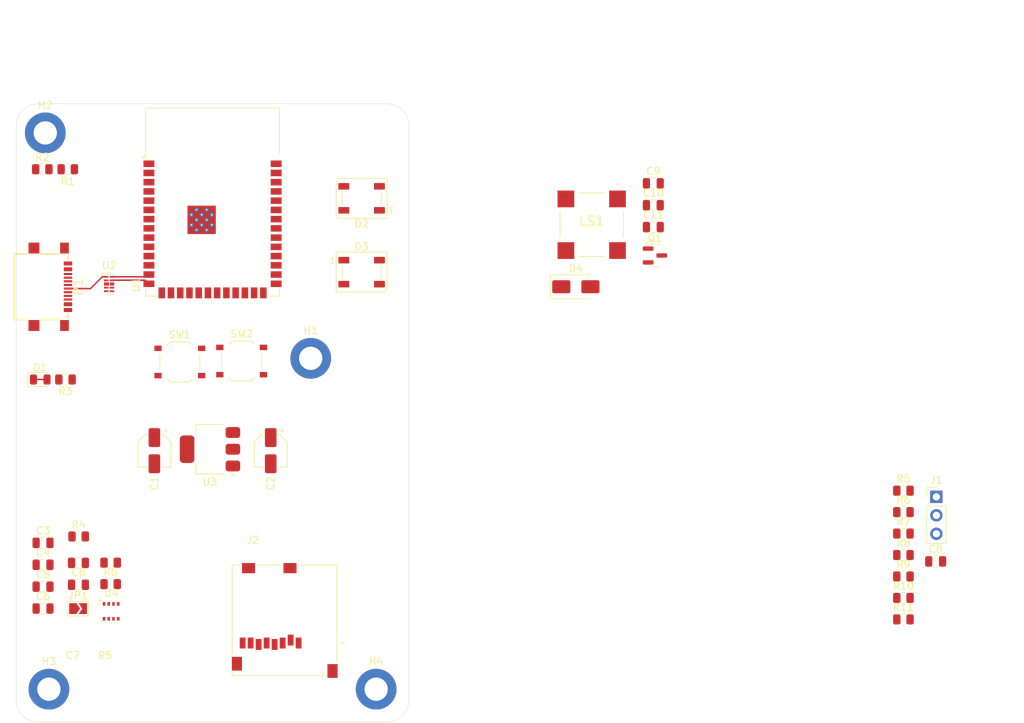
<source format=kicad_pcb>
(kicad_pcb (version 20240108) (generator "pcbnew") (generator_version "8.0")
  (layers (0 "F.Cu" signal) (31 "B.Cu" signal) (34 "B.Paste" user) (35 "F.Paste" user) (36 "B.SilkS" user "B.Silkscreen") (37 "F.SilkS" user "F.Silkscreen") (38 "B.Mask" user) (39 "F.Mask" user) (44 "Edge.Cuts" user))
  (net 0 "")
  (net 1 "/USB_5V")
  (net 2 "GND")
  (net 3 "/VCC_3V3")
  (net 4 "/GPIO0")
  (net 5 "Net-(SW1-B)")
  (net 6 "Net-(D1-A)")
  (net 7 "/GPIO48")
  (net 8 "Net-(D2-DOUT)")
  (net 10 "Net-(P1-VCONN)")
  (net 11 "/USB_M")
  (net 12 "/USB_P")
  (net 13 "Net-(P1-CC)")
  (net 14 "/GPIO3")
  (net 15 "/GPIO7")
  (net 16 "/GPIO47")
  (net 17 "/GPIO42")
  (net 18 "/GPIO37")
  (net 19 "/GPIO12")
  (net 20 "/GPIO4")
  (net 21 "/GPIO46")
  (net 22 "/GPIO35")
  (net 23 "/GPIO10")
  (net 24 "/GPIO1")
  (net 25 "/GPIO17")
  (net 26 "/GPIO40")
  (net 27 "/GPIO41")
  (net 28 "/GPIO9")
  (net 29 "/GPIO11")
  (net 30 "/GPIO21")
  (net 31 "/GPIO36")
  (net 32 "/GPIO45")
  (net 33 "/GPIO8")
  (net 34 "/GPIO13")
  (net 35 "/GPIO14")
  (net 36 "/GPIO5")
  (net 37 "/GPIO6")
  (net 38 "/GPIO39")
  (net 39 "/GPIO18")
  (net 40 "/GPIO38")
  (net 41 "/GPIO2")
  (net 42 "/TXD0")
  (net 43 "/RXD0")
  (net 46 "Net-(JP1-A)")
  (net 47 "/I2C_SDA")
  (net 48 "/I2C_SCL")
  (net 49 "Net-(D4-A)")
  (net 52 "Net-(Q1-B)")
  (net 53 "Net-(J2-DAT1)")
  (net 54 "/GPIO15")
  (footprint "Capacitor_SMD:C_0805_2012Metric" (layer "F.Cu") (at 138.19 118.41)
    (property "Reference" "C6" (at 0 -1.68 0) (layer "F.SilkS"))
    (property "Value" "10uF")
    (pad "1" smd roundrect (at -0.95 0) (size 1 1.45) (layers "F.Cu" "F.Paste" "F.Mask") (net 2 "GND"))
    (pad "2" smd roundrect (at 0.95 0) (size 1 1.45) (layers "F.Cu" "F.Paste" "F.Mask") (net 3 "/VCC_3V3"))
  )
  (footprint "Jumper:SolderJumper-2_P1.3mm_Open_TrianglePad1.0x1.5mm" (layer "F.Cu") (at 143.0075 118.42)
    (property "Reference" "JP1" (at 0 -1.8 0) (layer "F.SilkS"))
    (property "Value" "SolderJumper_2_Open")
    (pad "1" smd custom (at -0.725 0) (size 0.3 0.3) (layers "F.Cu" "F.Mask") (net 46 "Net-(JP1-A)") (options (clearance outline) (anchor rect)) (primitives (gr_poly (pts (xy 1 0) (xy 0.5 0.75) (xy -0.5 0.75) (xy -0.5 -0.75) (xy 0.5 -0.75)) (width 0) (fill yes))))
    (pad "2" smd custom (at 0.725 0) (size 0.3 0.3) (layers "F.Cu" "F.Mask") (net 3 "/VCC_3V3") (options (clearance outline) (anchor rect)) (primitives (gr_poly (pts (xy 0.5 0.75) (xy -0.65 0.75) (xy -0.15 0) (xy -0.65 -0.75) (xy 0.5 -0.75)) (width 0) (fill yes))))
  )
  (footprint "Capacitor_SMD:C_0805_2012Metric" (layer "F.Cu") (at 222.115 62.945)
    (property "Reference" "C10" (at 0 -1.68 0) (layer "F.SilkS"))
    (property "Value" "0.1uF")
    (pad "1" smd roundrect (at -0.95 0) (size 1 1.45) (layers "F.Cu" "F.Paste" "F.Mask") (net 3 "/VCC_3V3"))
    (pad "2" smd roundrect (at 0.95 0) (size 1 1.45) (layers "F.Cu" "F.Paste" "F.Mask") (net 2 "GND"))
  )
  (footprint "Capacitor_SMD:CP_Elec_4x5.4" (layer "F.Cu") (at 153.5 96.7 -90)
    (property "Reference" "C1" (at 4.5 0 90) (layer "F.SilkS"))
    (property "Value" "10uF")
    (pad "1" smd roundrect (at -1.8 0 270) (size 2.6 1.6) (layers "F.Cu" "F.Paste" "F.Mask") (roundrect_rratio 0.15625) (net 1 "/USB_5V"))
    (pad "2" smd roundrect (at 1.8 0 270) (size 2.6 1.6) (layers "F.Cu" "F.Paste" "F.Mask") (roundrect_rratio 0.15625) (net 2 "GND"))
  )
  (footprint "LED_SMD:LED_WS2812B_PLCC4_5.0x5.0mm_P3.2mm" (layer "F.Cu") (at 182 72.15)
    (property "Reference" "D3" (at 0 -3.5 0) (layer "F.SilkS"))
    (property "Value" "WS2812B")
    (fp_text user "1" (at -4 -1.6 0) (layer "F.SilkS") (effects (font (size 0.8 0.8))))
    (pad "1" smd roundrect (at -2.45 -1.65) (size 1.5 0.9) (layers "F.Cu" "F.Paste" "F.Mask") (roundrect_rratio 0.1) (net 3 "/VCC_3V3"))
    (pad "2" smd roundrect (at -2.45 1.65) (size 1.5 0.9) (layers "F.Cu" "F.Paste" "F.Mask") (roundrect_rratio 0.1))
    (pad "3" smd roundrect (at 2.45 1.65) (size 1.5 0.9) (layers "F.Cu" "F.Paste" "F.Mask") (roundrect_rratio 0.1) (net 2 "GND"))
    (pad "4" smd roundrect (at 2.45 -1.65) (size 1.5 0.9) (layers "F.Cu" "F.Paste" "F.Mask") (roundrect_rratio 0.1) (net 8 "Net-(D2-DOUT)"))
  )
  (footprint "Resistor_SMD:R_0805_2012Metric" (layer "F.Cu") (at 147.4875 115.05)
    (property "Reference" "R6" (at 0 -1.65 0) (layer "F.SilkS"))
    (property "Value" "4.7k")
    (pad "1" smd roundrect (at -0.9125 0) (size 1.025 1.4) (layers "F.Cu" "F.Paste" "F.Mask") (roundrect_rratio 0.243902) (net 3 "/VCC_3V3"))
    (pad "2" smd roundrect (at 0.9125 0) (size 1.025 1.4) (layers "F.Cu" "F.Paste" "F.Mask") (roundrect_rratio 0.243902) (net 48 "/I2C_SCL"))
  )
  (footprint "Package_DFN_QFN:Diodes_UDFN-10_1.0x2.5mm_P0.5mm" (layer "F.Cu") (at 147.2775 73.78)
    (property "Reference" "U2" (at 0 -2.54 0) (layer "F.SilkS"))
    (property "Value" "D3V3XA4B10LP")
    (pad "1" smd rect (at -0.3875 -1 270) (size 0.25 0.625) (layers "F.Cu" "F.Paste" "F.Mask") (net 11 "/USB_M"))
    (pad "2" smd rect (at -0.3875 -0.5 270) (size 0.25 0.625) (layers "F.Cu" "F.Paste" "F.Mask") (net 12 "/USB_P"))
    (pad "3" smd rect (at -0.35 0 270) (size 0.45 0.7) (layers "F.Cu" "F.Paste" "F.Mask") (net 2 "GND"))
    (pad "4" smd rect (at -0.3875 0.5 270) (size 0.25 0.625) (layers "F.Cu" "F.Paste" "F.Mask") (net 1 "/USB_5V"))
    (pad "5" smd rect (at -0.3875 1 270) (size 0.25 0.625) (layers "F.Cu" "F.Paste" "F.Mask"))
    (pad "6" smd rect (at 0.3875 1 270) (size 0.25 0.625) (layers "F.Cu" "F.Paste" "F.Mask"))
    (pad "7" smd rect (at 0.3875 0.5 270) (size 0.25 0.625) (layers "F.Cu" "F.Paste" "F.Mask") (net 1 "/USB_5V"))
    (pad "8" smd rect (at 0.4125 0 270) (size 0.45 0.575) (layers "F.Cu" "F.Paste" "F.Mask") (net 2 "GND"))
    (pad "9" smd rect (at 0.3875 -0.5 270) (size 0.25 0.625) (layers "F.Cu" "F.Paste" "F.Mask") (net 12 "/USB_P"))
    (pad "10" smd rect (at 0.3875 -1 270) (size 0.25 0.625) (layers "F.Cu" "F.Paste" "F.Mask") (net 11 "/USB_M"))
  )
  (footprint "Resistor_SMD:R_0805_2012Metric" (layer "F.Cu") (at 256.51 114)
    (property "Reference" "R9" (at 0 -1.65 0) (layer "F.SilkS"))
    (property "Value" "10K")
    (pad "1" smd roundrect (at -0.9125 0) (size 1.025 1.4) (layers "F.Cu" "F.Paste" "F.Mask") (roundrect_rratio 0.243902) (net 53 "Net-(J2-DAT1)"))
    (pad "2" smd roundrect (at 0.9125 0) (size 1.025 1.4) (layers "F.Cu" "F.Paste" "F.Mask") (roundrect_rratio 0.243902) (net 35 "/GPIO14"))
  )
  (footprint "Capacitor_SMD:C_0805_2012Metric" (layer "F.Cu") (at 143.0575 115.14)
    (property "Reference" "C8" (at 0 -1.68 0) (layer "F.SilkS"))
    (property "Value" "0.1uF")
    (pad "1" smd roundrect (at -0.95 0) (size 1 1.45) (layers "F.Cu" "F.Paste" "F.Mask") (net 3 "/VCC_3V3"))
    (pad "2" smd roundrect (at 0.95 0) (size 1 1.45) (layers "F.Cu" "F.Paste" "F.Mask") (net 2 "GND"))
  )
  (footprint "Resistor_SMD:R_0805_2012Metric" (layer "F.Cu") (at 141.2775 86.91 180)
    (property "Reference" "R3" (at 0 -1.65 0) (layer "F.SilkS"))
    (property "Value" "330R")
    (pad "1" smd roundrect (at -0.9125 0 180) (size 1.025 1.4) (layers "F.Cu" "F.Paste" "F.Mask") (roundrect_rratio 0.243902) (net 1 "/USB_5V"))
    (pad "2" smd roundrect (at 0.9125 0 180) (size 1.025 1.4) (layers "F.Cu" "F.Paste" "F.Mask") (roundrect_rratio 0.243902) (net 6 "Net-(D1-A)"))
  )
  (footprint "Capacitor_SMD:C_0805_2012Metric" (layer "F.Cu") (at 143.0575 112.13)
    (property "Reference" "C7" (at -0.76 12.73 0) (layer "F.SilkS"))
    (property "Value" "0.1uF")
    (pad "1" smd roundrect (at -0.95 0) (size 1 1.45) (layers "F.Cu" "F.Paste" "F.Mask") (net 3 "/VCC_3V3"))
    (pad "2" smd roundrect (at 0.95 0) (size 1 1.45) (layers "F.Cu" "F.Paste" "F.Mask") (net 2 "GND"))
  )
  (footprint "Button_Switch_SMD:SW_Push_1P1T_XKB_TS-1187A" (layer "F.Cu") (at 165.5 84.375)
    (property "Reference" "SW2" (at 0 -3.75 0) (layer "F.SilkS"))
    (property "Value" "SW_SPST")
    (pad "1" smd rect (at -3 -1.875) (size 1 0.75) (layers "F.Cu" "F.Paste" "F.Mask") (net 2 "GND"))
    (pad "1" smd rect (at 3 -1.875) (size 1 0.75) (layers "F.Cu" "F.Paste" "F.Mask") (net 2 "GND"))
    (pad "2" smd rect (at -3 1.875) (size 1 0.75) (layers "F.Cu" "F.Paste" "F.Mask") (net 4 "/GPIO0"))
    (pad "2" smd rect (at 3 1.875) (size 1 0.75) (layers "F.Cu" "F.Paste" "F.Mask") (net 4 "/GPIO0"))
  )
  (footprint "Resistor_SMD:R_0805_2012Metric" (layer "F.Cu") (at 147.4875 112.1)
    (property "Reference" "R5" (at -0.76 12.76 0) (layer "F.SilkS"))
    (property "Value" "4.7k")
    (pad "1" smd roundrect (at -0.9125 0) (size 1.025 1.4) (layers "F.Cu" "F.Paste" "F.Mask") (roundrect_rratio 0.243902) (net 47 "/I2C_SDA"))
    (pad "2" smd roundrect (at 0.9125 0) (size 1.025 1.4) (layers "F.Cu" "F.Paste" "F.Mask") (roundrect_rratio 0.243902) (net 3 "/VCC_3V3"))
  )
  (footprint "MountingHole:MountingHole_3.2mm_M3_DIN965_Pad" (layer "F.Cu") (at 175 84)
    (property "Reference" "H1" (at 0 -3.8 0) (layer "F.SilkS"))
    (property "Value" "MountingHole")
    (pad "1" thru_hole circle (at 0 0) (size 5.6 5.6) (drill 3.2) (layers "*.Cu" "*.Mask"))
  )
  (footprint "Connector:USB-SMD_USB-TYPE-C-020" (layer "F.Cu") (at 139.28 74.16 -90)
    (property "Reference" "P1" (at 0 -3.7502 -90) (layer "F.SilkS") (effects (font (size 1.27 1.27))))
    (property "Value" "USB_C_Plug_USB2.0")
    (pad "" np_thru_hole circle (at -2.89 -1.2402 270) (size 0.65 0.65) (drill 0.65) (layers "F&B.Cu" "*.Mask"))
    (pad "" np_thru_hole circle (at 2.89 -1.2402 270) (size 0.65 0.65) (drill 0.65) (layers "F&B.Cu" "*.Mask"))
    (pad "17" smd rect (at -5.3251 -1.8599 270) (size 1.5 1.2) (layers "F.Cu" "F.Paste" "F.Mask"))
    (pad "18" smd rect (at 5.3251 -1.8602 270) (size 1.5 1.2) (layers "F.Cu" "F.Paste" "F.Mask"))
    (pad "19" smd rect (at -5.3251 2.3402 270) (size 1.5 1.5) (layers "F.Cu" "F.Paste" "F.Mask"))
    (pad "20" smd rect (at 5.3251 2.3402 270) (size 1.5 1.5) (layers "F.Cu" "F.Paste" "F.Mask"))
    (pad "A1" smd rect (at -3.3251 -2.3402 270) (size 0.3 1.15) (layers "F.Cu" "F.Paste" "F.Mask") (net 2 "GND"))
    (pad "A4" smd rect (at -2.525 -2.3402 270) (size 0.3 1.15) (layers "F.Cu" "F.Paste" "F.Mask") (net 1 "/USB_5V"))
    (pad "A5" smd rect (at -1.2499 -2.3402 270) (size 0.3 1.15) (layers "F.Cu" "F.Paste" "F.Mask") (net 13 "Net-(P1-CC)"))
    (pad "A6" smd rect (at -0.2499 -2.3402 270) (size 0.3 1.15) (layers "F.Cu" "F.Paste" "F.Mask") (net 12 "/USB_P"))
    (pad "A7" smd rect (at 0.2499 -2.3402 270) (size 0.3 1.15) (layers "F.Cu" "F.Paste" "F.Mask") (net 11 "/USB_M"))
    (pad "A8" smd rect (at 1.2499 -2.3402 270) (size 0.3 1.15) (layers "F.Cu" "F.Paste" "F.Mask"))
    (pad "A9" smd rect (at 2.525 -2.3402 270) (size 0.3 1.15) (layers "F.Cu" "F.Paste" "F.Mask") (net 1 "/USB_5V"))
    (pad "A12" smd rect (at 3.3251 -2.3402 270) (size 0.3 1.15) (layers "F.Cu" "F.Paste" "F.Mask") (net 2 "GND"))
    (pad "B1" smd rect (at 3.0749 -2.3402 270) (size 0.3 1.15) (layers "F.Cu" "F.Paste" "F.Mask") (net 2 "GND"))
    (pad "B4" smd rect (at 2.2751 -2.3402 270) (size 0.3 1.15) (layers "F.Cu" "F.Paste" "F.Mask") (net 1 "/USB_5V"))
    (pad "B5" smd rect (at 1.7501 -2.3402 270) (size 0.3 1.15) (layers "F.Cu" "F.Paste" "F.Mask") (net 10 "Net-(P1-VCONN)"))
    (pad "B6" smd rect (at 0.7501 -2.3402 270) (size 0.3 1.15) (layers "F.Cu" "F.Paste" "F.Mask"))
    (pad "B7" smd rect (at -0.7501 -2.3402 270) (size 0.3 1.15) (layers "F.Cu" "F.Paste" "F.Mask"))
    (pad "B8" smd rect (at -1.7501 -2.3402 270) (size 0.3 1.15) (layers "F.Cu" "F.Paste" "F.Mask"))
    (pad "B9" smd rect (at -2.2751 -2.3402 270) (size 0.3 1.15) (layers "F.Cu" "F.Paste" "F.Mask") (net 1 "/USB_5V"))
    (pad "B12" smd rect (at -3.0749 -2.3402 270) (size 0.3 1.15) (layers "F.Cu" "F.Paste" "F.Mask") (net 2 "GND"))
  )
  (footprint "Resistor_SMD:R_0805_2012Metric" (layer "F.Cu") (at 138.0875 58)
    (property "Reference" "R2" (at 0 -1.65 0) (layer "F.SilkS"))
    (property "Value" "5.1k")
    (pad "1" smd roundrect (at -0.9125 0) (size 1.025 1.4) (layers "F.Cu" "F.Paste" "F.Mask") (roundrect_rratio 0.243902) (net 10 "Net-(P1-VCONN)"))
    (pad "2" smd roundrect (at 0.9125 0) (size 1.025 1.4) (layers "F.Cu" "F.Paste" "F.Mask") (roundrect_rratio 0.243902) (net 2 "GND"))
  )
  (footprint "RF_Module:ESP32-S3-WROOM-1" (layer "F.Cu") (at 161.5 62.5)
    (property "Reference" "U1" (at -10.5 11.4 90) (layer "F.SilkS"))
    (property "Value" "ESP32-S3-WROOM-1")
    (pad "1" smd rect (at -8.75 -5.26) (size 1.5 0.9) (layers "F.Cu" "F.Paste" "F.Mask") (net 2 "GND"))
    (pad "2" smd rect (at -8.75 -3.99) (size 1.5 0.9) (layers "F.Cu" "F.Paste" "F.Mask") (net 3 "/VCC_3V3"))
    (pad "3" smd rect (at -8.75 -2.72) (size 1.5 0.9) (layers "F.Cu" "F.Paste" "F.Mask") (net 5 "Net-(SW1-B)"))
    (pad "4" smd rect (at -8.75 -1.45) (size 1.5 0.9) (layers "F.Cu" "F.Paste" "F.Mask") (net 20 "/GPIO4"))
    (pad "5" smd rect (at -8.75 -0.18) (size 1.5 0.9) (layers "F.Cu" "F.Paste" "F.Mask") (net 36 "/GPIO5"))
    (pad "6" smd rect (at -8.75 1.09) (size 1.5 0.9) (layers "F.Cu" "F.Paste" "F.Mask") (net 37 "/GPIO6"))
    (pad "7" smd rect (at -8.75 2.36) (size 1.5 0.9) (layers "F.Cu" "F.Paste" "F.Mask") (net 15 "/GPIO7"))
    (pad "8" smd rect (at -8.75 3.63) (size 1.5 0.9) (layers "F.Cu" "F.Paste" "F.Mask") (net 48 "/I2C_SCL"))
    (pad "9" smd rect (at -8.75 4.9) (size 1.5 0.9) (layers "F.Cu" "F.Paste" "F.Mask") (net 47 "/I2C_SDA"))
    (pad "10" smd rect (at -8.75 6.17) (size 1.5 0.9) (layers "F.Cu" "F.Paste" "F.Mask") (net 25 "/GPIO17"))
    (pad "11" smd rect (at -8.75 7.44) (size 1.5 0.9) (layers "F.Cu" "F.Paste" "F.Mask") (net 39 "/GPIO18"))
    (pad "12" smd rect (at -8.75 8.71) (size 1.5 0.9) (layers "F.Cu" "F.Paste" "F.Mask") (net 33 "/GPIO8"))
    (pad "13" smd rect (at -8.75 9.98) (size 1.5 0.9) (layers "F.Cu" "F.Paste" "F.Mask") (net 11 "/USB_M"))
    (pad "14" smd rect (at -8.75 11.25 180) (size 1.5 0.9) (layers "F.Cu" "F.Paste" "F.Mask") (net 12 "/USB_P"))
    (pad "15" smd rect (at -6.985 12.5 270) (size 1.5 0.9) (layers "F.Cu" "F.Paste" "F.Mask") (net 14 "/GPIO3"))
    (pad "16" smd rect (at -5.715 12.5 270) (size 1.5 0.9) (layers "F.Cu" "F.Paste" "F.Mask") (net 21 "/GPIO46"))
    (pad "17" smd rect (at -4.445 12.5 270) (size 1.5 0.9) (layers "F.Cu" "F.Paste" "F.Mask") (net 28 "/GPIO9"))
    (pad "18" smd rect (at -3.175 12.5 270) (size 1.5 0.9) (layers "F.Cu" "F.Paste" "F.Mask") (net 23 "/GPIO10"))
    (pad "19" smd rect (at -1.905 12.5 270) (size 1.5 0.9) (layers "F.Cu" "F.Paste" "F.Mask") (net 29 "/GPIO11"))
    (pad "20" smd rect (at -0.635 12.5 270) (size 1.5 0.9) (layers "F.Cu" "F.Paste" "F.Mask") (net 19 "/GPIO12"))
    (pad "21" smd rect (at 0.635 12.5 270) (size 1.5 0.9) (layers "F.Cu" "F.Paste" "F.Mask") (net 34 "/GPIO13"))
    (pad "22" smd rect (at 1.905 12.5 270) (size 1.5 0.9) (layers "F.Cu" "F.Paste" "F.Mask") (net 35 "/GPIO14"))
    (pad "23" smd rect (at 3.175 12.5 270) (size 1.5 0.9) (layers "F.Cu" "F.Paste" "F.Mask") (net 30 "/GPIO21"))
    (pad "24" smd rect (at 4.445 12.5 270) (size 1.5 0.9) (layers "F.Cu" "F.Paste" "F.Mask") (net 16 "/GPIO47"))
    (pad "25" smd rect (at 5.715 12.5 270) (size 1.5 0.9) (layers "F.Cu" "F.Paste" "F.Mask") (net 7 "/GPIO48"))
    (pad "26" smd rect (at 6.985 12.5 270) (size 1.5 0.9) (layers "F.Cu" "F.Paste" "F.Mask") (net 32 "/GPIO45"))
    (pad "27" smd rect (at 8.75 11.25) (size 1.5 0.9) (layers "F.Cu" "F.Paste" "F.Mask") (net 4 "/GPIO0"))
    (pad "28" smd rect (at 8.75 9.98) (size 1.5 0.9) (layers "F.Cu" "F.Paste" "F.Mask") (net 22 "/GPIO35"))
    (pad "29" smd rect (at 8.75 8.71) (size 1.5 0.9) (layers "F.Cu" "F.Paste" "F.Mask") (net 31 "/GPIO36"))
    (pad "30" smd rect (at 8.75 7.44) (size 1.5 0.9) (layers "F.Cu" "F.Paste" "F.Mask") (net 18 "/GPIO37"))
    (pad "31" smd rect (at 8.75 6.17) (size 1.5 0.9) (layers "F.Cu" "F.Paste" "F.Mask") (net 40 "/GPIO38"))
    (pad "32" smd rect (at 8.75 4.9) (size 1.5 0.9) (layers "F.Cu" "F.Paste" "F.Mask") (net 38 "/GPIO39"))
    (pad "33" smd rect (at 8.75 3.63) (size 1.5 0.9) (layers "F.Cu" "F.Paste" "F.Mask") (net 26 "/GPIO40"))
    (pad "34" smd rect (at 8.75 2.36) (size 1.5 0.9) (layers "F.Cu" "F.Paste" "F.Mask") (net 27 "/GPIO41"))
    (pad "35" smd rect (at 8.75 1.09) (size 1.5 0.9) (layers "F.Cu" "F.Paste" "F.Mask") (net 17 "/GPIO42"))
    (pad "36" smd rect (at 8.75 -0.18) (size 1.5 0.9) (layers "F.Cu" "F.Paste" "F.Mask") (net 43 "/RXD0"))
    (pad "37" smd rect (at 8.75 -1.45) (size 1.5 0.9) (layers "F.Cu" "F.Paste" "F.Mask") (net 42 "/TXD0"))
    (pad "38" smd rect (at 8.75 -2.72) (size 1.5 0.9) (layers "F.Cu" "F.Paste" "F.Mask") (net 41 "/GPIO2"))
    (pad "39" smd rect (at 8.75 -3.99) (size 1.5 0.9) (layers "F.Cu" "F.Paste" "F.Mask") (net 24 "/GPIO1"))
    (pad "40" smd rect (at 8.75 -5.26) (size 1.5 0.9) (layers "F.Cu" "F.Paste" "F.Mask") (net 2 "GND"))
    (pad "41" thru_hole circle (at -2.9 1.76 90) (size 0.6 0.6) (drill 0.2) (property pad_prop_heatsink) (layers "*.Cu" "F.Mask") (net 2 "GND"))
    (pad "41" thru_hole circle (at -2.9 3.16) (size 0.6 0.6) (drill 0.2) (property pad_prop_heatsink) (layers "*.Cu" "F.Mask") (net 2 "GND"))
    (pad "41" thru_hole circle (at -2.2 1.06) (size 0.6 0.6) (drill 0.2) (property pad_prop_heatsink) (layers "*.Cu" "F.Mask") (net 2 "GND"))
    (pad "41" thru_hole circle (at -2.2 2.46) (size 0.6 0.6) (drill 0.2) (property pad_prop_heatsink) (layers "*.Cu" "F.Mask") (net 2 "GND"))
    (pad "41" thru_hole circle (at -2.2 3.86) (size 0.6 0.6) (drill 0.2) (property pad_prop_heatsink) (layers "*.Cu" "F.Mask") (net 2 "GND"))
    (pad "41" thru_hole circle (at -1.5 1.76) (size 0.6 0.6) (drill 0.2) (property pad_prop_heatsink) (layers "*.Cu" "F.Mask") (net 2 "GND"))
    (pad "41" smd rect (at -1.5 2.46 270) (size 3.9 3.9) (layers "F.Cu" "F.Mask") (net 2 "GND"))
    (pad "41" thru_hole circle (at -1.5 3.16) (size 0.6 0.6) (drill 0.2) (property pad_prop_heatsink) (layers "*.Cu" "F.Mask") (net 2 "GND"))
    (pad "41" thru_hole circle (at -0.8 1.06) (size 0.6 0.6) (drill 0.2) (property pad_prop_heatsink) (layers "*.Cu" "F.Mask") (net 2 "GND"))
    (pad "41" thru_hole circle (at -0.8 2.46) (size 0.6 0.6) (drill 0.2) (property pad_prop_heatsink) (layers "*.Cu" "F.Mask") (net 2 "GND"))
    (pad "41" thru_hole circle (at -0.8 3.86) (size 0.6 0.6) (drill 0.2) (property pad_prop_heatsink) (layers "*.Cu" "F.Mask") (net 2 "GND"))
    (pad "41" thru_hole circle (at -0.1 1.76) (size 0.6 0.6) (drill 0.2) (property pad_prop_heatsink) (layers "*.Cu" "F.Mask") (net 2 "GND"))
    (pad "41" thru_hole circle (at -0.1 3.16) (size 0.6 0.6) (drill 0.2) (property pad_prop_heatsink) (layers "*.Cu" "F.Mask") (net 2 "GND"))
  )
  (footprint "Capacitor_SMD:C_0805_2012Metric" (layer "F.Cu") (at 222.115 65.955)
    (property "Reference" "C11" (at 0 -1.68 0) (layer "F.SilkS"))
    (property "Value" "0.1uF")
    (pad "1" smd roundrect (at -0.95 0) (size 1 1.45) (layers "F.Cu" "F.Paste" "F.Mask") (net 3 "/VCC_3V3"))
    (pad "2" smd roundrect (at 0.95 0) (size 1 1.45) (layers "F.Cu" "F.Paste" "F.Mask") (net 2 "GND"))
  )
  (footprint "Capacitor_SMD:CP_Elec_4x5.4" (layer "F.Cu") (at 169.5 96.7 -90)
    (property "Reference" "C2" (at 4.5 0 90) (layer "F.SilkS"))
    (property "Value" "10uF")
    (pad "1" smd roundrect (at -1.8 0 270) (size 2.6 1.6) (layers "F.Cu" "F.Paste" "F.Mask") (roundrect_rratio 0.15625) (net 3 "/VCC_3V3"))
    (pad "2" smd roundrect (at 1.8 0 270) (size 2.6 1.6) (layers "F.Cu" "F.Paste" "F.Mask") (roundrect_rratio 0.15625) (net 2 "GND"))
  )
  (footprint "Capacitor_SMD:C_0805_2012Metric" (layer "F.Cu") (at 222.115 59.935)
    (property "Reference" "C9" (at 0 -1.68 0) (layer "F.SilkS"))
    (property "Value" "0.1uF")
    (pad "1" smd roundrect (at -0.95 0) (size 1 1.45) (layers "F.Cu" "F.Paste" "F.Mask") (net 1 "/USB_5V"))
    (pad "2" smd roundrect (at 0.95 0) (size 1 1.45) (layers "F.Cu" "F.Paste" "F.Mask") (net 2 "GND"))
  )
  (footprint "Resistor_SMD:R_0805_2012Metric" (layer "F.Cu") (at 256.51 102.2)
    (property "Reference" "R5" (at 0 -1.65 0) (layer "F.SilkS"))
    (property "Value" "1K")
    (pad "1" smd roundrect (at -0.9125 0) (size 1.025 1.4) (layers "F.Cu" "F.Paste" "F.Mask") (roundrect_rratio 0.243902) (net 27 "/GPIO41"))
    (pad "2" smd roundrect (at 0.9125 0) (size 1.025 1.4) (layers "F.Cu" "F.Paste" "F.Mask") (roundrect_rratio 0.243902) (net 52 "Net-(Q1-B)"))
  )
  (footprint "Resistor_SMD:R_0805_2012Metric" (layer "F.Cu") (at 256.51 119.9)
    (property "Reference" "R11" (at 0 -1.65 0) (layer "F.SilkS"))
    (property "Value" "10K")
    (pad "1" smd roundrect (at -0.9125 0) (size 1.025 1.4) (layers "F.Cu" "F.Paste" "F.Mask") (roundrect_rratio 0.243902) (net 53 "Net-(J2-DAT1)"))
    (pad "2" smd roundrect (at 0.9125 0) (size 1.025 1.4) (layers "F.Cu" "F.Paste" "F.Mask") (roundrect_rratio 0.243902) (net 41 "/GPIO2"))
  )
  (footprint "Capacitor_SMD:C_0805_2012Metric" (layer "F.Cu") (at 138.19 112.39)
    (property "Reference" "C4" (at 0 -1.68 0) (layer "F.SilkS"))
    (property "Value" "0.1uF")
    (pad "1" smd roundrect (at -0.95 0) (size 1 1.45) (layers "F.Cu" "F.Paste" "F.Mask") (net 2 "GND"))
    (pad "2" smd roundrect (at 0.95 0) (size 1 1.45) (layers "F.Cu" "F.Paste" "F.Mask") (net 5 "Net-(SW1-B)"))
  )
  (footprint "Library:MLT8530" (layer "F.Cu") (at 213.64 65.63)
    (property "Reference" "LS1" (at 0 -0.475 0) (layer "F.SilkS") (effects (font (size 1.27 1.27) (thickness 0.254))))
    (property "Value" "MLT-8530" (hide yes))
    (pad "1" smd rect (at 3.55 -3.55 90) (size 2.3 2.3) (layers "F.Cu" "F.Paste" "F.Mask"))
    (pad "2" smd rect (at -3.55 -3.55 90) (size 2.3 2.3) (layers "F.Cu" "F.Paste" "F.Mask") (net 1 "/USB_5V"))
    (pad "3" smd rect (at -3.55 3.55 90) (size 2.3 2.3) (layers "F.Cu" "F.Paste" "F.Mask") (net 49 "Net-(D4-A)"))
    (pad "4" smd rect (at 3.55 3.55 90) (size 2.3 2.3) (layers "F.Cu" "F.Paste" "F.Mask"))
  )
  (footprint "Package_TO_SOT_SMD:SOT-23" (layer "F.Cu") (at 222.335 69.86)
    (property "Reference" "Q1" (at 0 -2.4 0) (layer "F.SilkS"))
    (property "Value" "BC847")
    (pad "1" smd roundrect (at -0.9375 -0.95) (size 1.475 0.6) (layers "F.Cu" "F.Paste" "F.Mask") (net 52 "Net-(Q1-B)"))
    (pad "2" smd roundrect (at -0.9375 0.95) (size 1.475 0.6) (layers "F.Cu" "F.Paste" "F.Mask") (net 2 "GND"))
    (pad "3" smd roundrect (at 0.9375 0) (size 1.475 0.6) (layers "F.Cu" "F.Paste" "F.Mask") (net 49 "Net-(D4-A)"))
  )
  (footprint "Package_TO_SOT_SMD:SOT-223-3_TabPin2" (layer "F.Cu") (at 161.15 96.5 180)
    (property "Reference" "U3" (at 0 -4.5 0) (layer "F.SilkS"))
    (property "Value" "AMS1117-3.3")
    (pad "1" smd roundrect (at -3.15 -2.3 180) (size 2 1.5) (layers "F.Cu" "F.Paste" "F.Mask") (net 2 "GND"))
    (pad "2" smd roundrect (at -3.15 0 180) (size 2 1.5) (layers "F.Cu" "F.Paste" "F.Mask") (net 3 "/VCC_3V3"))
    (pad "2" smd roundrect (at 3.15 0 180) (size 2 3.8) (layers "F.Cu" "F.Paste" "F.Mask") (net 3 "/VCC_3V3"))
    (pad "3" smd roundrect (at -3.15 2.3 180) (size 2 1.5) (layers "F.Cu" "F.Paste" "F.Mask") (net 1 "/USB_5V"))
  )
  (footprint "Resistor_SMD:R_0805_2012Metric" (layer "F.Cu") (at 256.51 108.1)
    (property "Reference" "R7" (at 0 -1.65 0) (layer "F.SilkS"))
    (property "Value" "10k")
    (pad "1" smd roundrect (at -0.9125 0) (size 1.025 1.4) (layers "F.Cu" "F.Paste" "F.Mask") (roundrect_rratio 0.243902) (net 3 "/VCC_3V3"))
    (pad "2" smd roundrect (at 0.9125 0) (size 1.025 1.4) (layers "F.Cu" "F.Paste" "F.Mask") (roundrect_rratio 0.243902) (net 47 "/I2C_SDA"))
  )
  (footprint "Diode_SMD:D_SMA" (layer "F.Cu") (at 211.46 74.155)
    (property "Reference" "D4" (at 0 -2.5 0) (layer "F.SilkS"))
    (property "Value" "SS14")
    (pad "1" smd roundrect (at -2 0) (size 2.5 1.8) (layers "F.Cu" "F.Paste" "F.Mask") (roundrect_rratio 0.1388888889) (net 1 "/USB_5V"))
    (pad "2" smd roundrect (at 2 0) (size 2.5 1.8) (layers "F.Cu" "F.Paste" "F.Mask") (roundrect_rratio 0.1388888889) (net 49 "Net-(D4-A)"))
  )
  (footprint "Button_Switch_SMD:SW_Push_1P1T_XKB_TS-1187A" (layer "F.Cu") (at 157 84.5)
    (property "Reference" "SW1" (at 0 -3.75 0) (layer "F.SilkS"))
    (property "Value" "SW_SPST")
    (pad "1" smd rect (at -3 -1.875) (size 1 0.75) (layers "F.Cu" "F.Paste" "F.Mask") (net 2 "GND"))
    (pad "1" smd rect (at 3 -1.875) (size 1 0.75) (layers "F.Cu" "F.Paste" "F.Mask") (net 2 "GND"))
    (pad "2" smd rect (at -3 1.875) (size 1 0.75) (layers "F.Cu" "F.Paste" "F.Mask") (net 5 "Net-(SW1-B)"))
    (pad "2" smd rect (at 3 1.875) (size 1 0.75) (layers "F.Cu" "F.Paste" "F.Mask") (net 5 "Net-(SW1-B)"))
  )
  (footprint "LED_SMD:LED_0805_2012Metric" (layer "F.Cu") (at 137.8025 86.91)
    (property "Reference" "D1" (at 0 -1.65 0) (layer "F.SilkS"))
    (property "Value" "LED")
    (pad "1" smd roundrect (at -0.9375 0) (size 0.975 1.4) (layers "F.Cu" "F.Paste" "F.Mask") (net 2 "GND"))
    (pad "2" smd roundrect (at 0.9375 0) (size 0.975 1.4) (layers "F.Cu" "F.Paste" "F.Mask") (net 6 "Net-(D1-A)"))
  )
  (footprint "Capacitor_SMD:C_0805_2012Metric" (layer "F.Cu") (at 260.94 111.93)
    (property "Reference" "C8" (at 0 -1.68 0) (layer "F.SilkS"))
    (property "Value" "0.1uF")
    (pad "1" smd roundrect (at -0.95 0) (size 1 1.45) (layers "F.Cu" "F.Paste" "F.Mask") (net 53 "Net-(J2-DAT1)"))
    (pad "2" smd roundrect (at 0.95 0) (size 1 1.45) (layers "F.Cu" "F.Paste" "F.Mask") (net 3 "/VCC_3V3"))
  )
  (footprint "Resistor_SMD:R_0805_2012Metric" (layer "F.Cu") (at 256.51 111.05)
    (property "Reference" "R8" (at 0 -1.65 0) (layer "F.SilkS"))
    (property "Value" "10k")
    (pad "1" smd roundrect (at -0.9125 0) (size 1.025 1.4) (layers "F.Cu" "F.Paste" "F.Mask") (roundrect_rratio 0.243902) (net 3 "/VCC_3V3"))
    (pad "2" smd roundrect (at 0.9125 0) (size 1.025 1.4) (layers "F.Cu" "F.Paste" "F.Mask") (roundrect_rratio 0.243902) (net 48 "/I2C_SCL"))
  )
  (footprint "Capacitor_SMD:C_0805_2012Metric" (layer "F.Cu") (at 138.19 109.38)
    (property "Reference" "C3" (at 0 -1.68 0) (layer "F.SilkS"))
    (property "Value" "0.1uF")
    (pad "1" smd roundrect (at -0.95 0) (size 1 1.45) (layers "F.Cu" "F.Paste" "F.Mask") (net 2 "GND"))
    (pad "2" smd roundrect (at 0.95 0) (size 1 1.45) (layers "F.Cu" "F.Paste" "F.Mask") (net 4 "/GPIO0"))
  )
  (footprint "LED_SMD:LED_WS2812B_PLCC4_5.0x5.0mm_P3.2mm" (layer "F.Cu") (at 182 62 180)
    (property "Reference" "D2" (at 0 -3.5 0) (layer "F.SilkS"))
    (property "Value" "WS2812B")
    (fp_text user "1" (at -4 -1.6 180) (layer "F.SilkS") (effects (font (size 0.8 0.8))))
    (pad "1" smd roundrect (at -2.45 -1.65 180) (size 1.5 0.9) (layers "F.Cu" "F.Paste" "F.Mask") (roundrect_rratio 0.1) (net 3 "/VCC_3V3"))
    (pad "2" smd roundrect (at -2.45 1.65 180) (size 1.5 0.9) (layers "F.Cu" "F.Paste" "F.Mask") (roundrect_rratio 0.1) (net 8 "Net-(D2-DOUT)"))
    (pad "3" smd roundrect (at 2.45 1.65 180) (size 1.5 0.9) (layers "F.Cu" "F.Paste" "F.Mask") (roundrect_rratio 0.1) (net 2 "GND"))
    (pad "4" smd roundrect (at 2.45 -1.65 180) (size 1.5 0.9) (layers "F.Cu" "F.Paste" "F.Mask") (roundrect_rratio 0.1) (net 7 "/GPIO48"))
  )
  (footprint "Resistor_SMD:R_0805_2012Metric" (layer "F.Cu") (at 256.51 105.15)
    (property "Reference" "R6" (at 0 -1.65 0) (layer "F.SilkS"))
    (property "Value" "1K")
    (pad "1" smd roundrect (at -0.9125 0) (size 1.025 1.4) (layers "F.Cu" "F.Paste" "F.Mask") (roundrect_rratio 0.243902) (net 49 "Net-(D4-A)"))
    (pad "2" smd roundrect (at 0.9125 0) (size 1.025 1.4) (layers "F.Cu" "F.Paste" "F.Mask") (roundrect_rratio 0.243902) (net 1 "/USB_5V"))
  )
  (footprint "MountingHole:MountingHole_3.2mm_M3_DIN965_Pad" (layer "F.Cu") (at 184 129.5)
    (property "Reference" "H4" (at 0 -3.8 0) (layer "F.SilkS"))
    (property "Value" "MountingHole")
    (pad "1" thru_hole circle (at 0 0) (size 5.6 5.6) (drill 3.2) (layers "*.Cu" "*.Mask"))
  )
  (footprint "Capacitor_SMD:C_0805_2012Metric" (layer "F.Cu") (at 138.19 115.4)
    (property "Reference" "C5" (at 0 -1.68 0) (layer "F.SilkS"))
    (property "Value" "0.1uF")
    (pad "1" smd roundrect (at -0.95 0) (size 1 1.45) (layers "F.Cu" "F.Paste" "F.Mask") (net 2 "GND"))
    (pad "2" smd roundrect (at 0.95 0) (size 1 1.45) (layers "F.Cu" "F.Paste" "F.Mask") (net 3 "/VCC_3V3"))
  )
  (footprint "Package_LGA:Bosch_LGA-8_2.5x2.5mm_P0.65mm_ClockwisePinNumbering" (layer "F.Cu") (at 147.5525 118.795)
    (property "Reference" "U4" (at 0.015 -2.465 0) (layer "F.SilkS"))
    (property "Value" "BME280")
    (pad "1" smd rect (at -0.975 -1.025 90) (size 0.5 0.35) (layers "F.Cu" "F.Paste" "F.Mask") (net 2 "GND"))
    (pad "2" smd rect (at -0.325 -1.025 90) (size 0.5 0.35) (layers "F.Cu" "F.Paste" "F.Mask") (net 3 "/VCC_3V3"))
    (pad "3" smd rect (at 0.325 -1.025 90) (size 0.5 0.35) (layers "F.Cu" "F.Paste" "F.Mask") (net 47 "/I2C_SDA"))
    (pad "4" smd rect (at 0.975 -1.025 90) (size 0.5 0.35) (layers "F.Cu" "F.Paste" "F.Mask") (net 48 "/I2C_SCL"))
    (pad "5" smd rect (at 0.975 1.025 90) (size 0.5 0.35) (layers "F.Cu" "F.Paste" "F.Mask") (net 2 "GND"))
    (pad "6" smd rect (at 0.325 1.025 90) (size 0.5 0.35) (layers "F.Cu" "F.Paste" "F.Mask") (net 3 "/VCC_3V3"))
    (pad "7" smd rect (at -0.325 1.025 90) (size 0.5 0.35) (layers "F.Cu" "F.Paste" "F.Mask") (net 2 "GND"))
    (pad "8" smd rect (at -0.975 1.025 90) (size 0.5 0.35) (layers "F.Cu" "F.Paste" "F.Mask") (net 3 "/VCC_3V3"))
  )
  (footprint "MountingHole:MountingHole_3.2mm_M3_DIN965_Pad" (layer "F.Cu") (at 138.5 53)
    (property "Reference" "H2" (at 0 -3.8 0) (layer "F.SilkS"))
    (property "Value" "MountingHole")
    (pad "1" thru_hole circle (at 0 0) (size 5.6 5.6) (drill 3.2) (layers "*.Cu" "*.Mask"))
  )
  (footprint "Connector_PinHeader_2.54mm:PinHeader_1x03_P2.54mm_Vertical" (layer "F.Cu") (at 261.04 103.05)
    (property "Reference" "J1" (at 0 -2.33 0) (layer "F.SilkS"))
    (property "Value" "Conn_01x03_Pin AM312 Module")
    (pad "1" thru_hole rect (at 0 0) (size 1.7 1.7) (drill 1) (layers "*.Cu" "*.Mask") (net 1 "/USB_5V"))
    (pad "2" thru_hole oval (at 0 2.54) (size 1.7 1.7) (drill 1) (layers "*.Cu" "*.Mask") (net 40 "/GPIO38"))
    (pad "3" thru_hole oval (at 0 5.08) (size 1.7 1.7) (drill 1) (layers "*.Cu" "*.Mask") (net 2 "GND"))
  )
  (footprint "Resistor_SMD:R_0805_2012Metric" (layer "F.Cu") (at 143.0875 108.5)
    (property "Reference" "R4" (at 0 -1.65 0) (layer "F.SilkS"))
    (property "Value" "10K")
    (pad "1" smd roundrect (at -0.9125 0) (size 1.025 1.4) (layers "F.Cu" "F.Paste" "F.Mask") (roundrect_rratio 0.243902) (net 3 "/VCC_3V3"))
    (pad "2" smd roundrect (at 0.9125 0) (size 1.025 1.4) (layers "F.Cu" "F.Paste" "F.Mask") (roundrect_rratio 0.243902) (net 5 "Net-(SW1-B)"))
  )
  (footprint "Resistor_SMD:R_0805_2012Metric" (layer "F.Cu") (at 256.51 116.95)
    (property "Reference" "R10" (at 0 -1.65 0) (layer "F.SilkS"))
    (property "Value" "10K")
    (pad "1" smd roundrect (at -0.9125 0) (size 1.025 1.4) (layers "F.Cu" "F.Paste" "F.Mask") (roundrect_rratio 0.243902) (net 53 "Net-(J2-DAT1)"))
    (pad "2" smd roundrect (at 0.9125 0) (size 1.025 1.4) (layers "F.Cu" "F.Paste" "F.Mask") (roundrect_rratio 0.243902) (net 54 "/GPIO15"))
  )
  (footprint "MountingHole:MountingHole_3.2mm_M3_DIN965_Pad" (layer "F.Cu") (at 139 129.5)
    (property "Reference" "H3" (at 0 -3.8 0) (layer "F.SilkS"))
    (property "Value" "MountingHole")
    (pad "1" thru_hole circle (at 0 0) (size 5.6 5.6) (drill 3.2) (layers "*.Cu" "*.Mask"))
  )
  (footprint "Library:AMPHENOL_GTFP08431BEU" (layer "F.Cu") (at 171.4 126)
    (property "Reference" "J2" (at -4.325 -17.005 0) (layer "F.SilkS"))
    (property "Value" "Micro_SD_Card")
    (pad "1" smd rect (at 1.94 -2.85) (size 0.8 1.5) (layers "F.Cu" "F.Paste" "F.Mask") (net 53 "Net-(J2-DAT1)"))
    (pad "2" smd rect (at 0.84 -3.25) (size 0.8 1.5) (layers "F.Cu" "F.Paste" "F.Mask") (net 53 "Net-(J2-DAT1)"))
    (pad "3" smd rect (at -0.26 -2.85) (size 0.8 1.5) (layers "F.Cu" "F.Paste" "F.Mask") (net 54 "/GPIO15"))
    (pad "4" smd rect (at -1.36 -2.65) (size 0.8 1.5) (layers "F.Cu" "F.Paste" "F.Mask") (net 53 "Net-(J2-DAT1)"))
    (pad "5" smd rect (at -2.46 -2.85) (size 0.8 1.5) (layers "F.Cu" "F.Paste" "F.Mask") (net 35 "/GPIO14"))
    (pad "6" smd rect (at -3.56 -2.65) (size 0.8 1.5) (layers "F.Cu" "F.Paste" "F.Mask") (net 2 "GND"))
    (pad "7" smd rect (at -4.66 -2.85) (size 0.8 1.5) (layers "F.Cu" "F.Paste" "F.Mask") (net 41 "/GPIO2"))
    (pad "8" smd rect (at -5.76 -2.85) (size 0.8 1.5) (layers "F.Cu" "F.Paste" "F.Mask") (net 53 "Net-(J2-DAT1)"))
    (pad "CD_PIN" smd rect (at -4.95 -13.15) (size 1.8 1.4) (layers "F.Cu" "F.Paste" "F.Mask"))
    (pad "G1" smd rect (at 0.75 -13.15) (size 1.8 1.4) (layers "F.Cu" "F.Paste" "F.Mask"))
    (pad "G2" smd rect (at -6.55 0) (size 1.4 1.9) (layers "F.Cu" "F.Paste" "F.Mask"))
    (pad "G3" smd rect (at 6.6 1) (size 1.4 1.9) (layers "F.Cu" "F.Paste" "F.Mask"))
  )
  (footprint "Resistor_SMD:R_0805_2012Metric" (layer "F.Cu") (at 141.5875 58 180)
    (property "Reference" "R1" (at 0 -1.65 0) (layer "F.SilkS"))
    (property "Value" "5.1K")
    (pad "1" smd roundrect (at -0.9125 0 180) (size 1.025 1.4) (layers "F.Cu" "F.Paste" "F.Mask") (roundrect_rratio 0.243902) (net 13 "Net-(P1-CC)"))
    (pad "2" smd roundrect (at 0.9125 0 180) (size 1.025 1.4) (layers "F.Cu" "F.Paste" "F.Mask") (roundrect_rratio 0.243902) (net 2 "GND"))
  )
  (gr_arc (start 134.5 52) (mid 135.37868 49.87868) (end 137.5 49) (stroke (width 0.05)) (layer "Edge.Cuts"))
  (gr_arc (start 185.5 49) (mid 187.62132 49.87868) (end 188.5 52) (stroke (width 0.05)) (layer "Edge.Cuts"))
  (gr_line (start 137.5 49) (end 185.5 49) (stroke (width 0.05)) (layer "Edge.Cuts"))
  (gr_arc (start 137.5 134.000001) (mid 135.37868 133.121321) (end 134.5 131.000001) (stroke (width 0.05)) (layer "Edge.Cuts"))
  (gr_line (start 188.5 52) (end 188.5 131) (stroke (width 0.05)) (layer "Edge.Cuts"))
  (gr_line (start 134.5 52) (end 134.5 131.000001) (stroke (width 0.05)) (layer "Edge.Cuts"))
  (gr_line (start 137.5 134) (end 185.5 134) (stroke (width 0.05)) (layer "Edge.Cuts"))
  (gr_arc (start 188.5 131) (mid 187.62132 133.12132) (end 185.5 134) (stroke (width 0.05)) (layer "Edge.Cuts"))
  (segment (start 137.115 86.91) (end 138.74 86.91) (width 0.2) (layer "F.Cu") (net 6))
  (segment (start 146.3525 72.78) (end 146.89 72.78) (width 0.2) (layer "F.Cu") (net 11))
  (segment (start 141.6202 74.4099) (end 144.7226 74.4099) (width 0.2) (layer "F.Cu") (net 11))
  (segment (start 147.665 72.78) (end 152.45 72.78) (width 0.2) (layer "F.Cu") (net 11))
  (segment (start 144.7226 74.4099) (end 146.3525 72.78) (width 0.2) (layer "F.Cu") (net 11))
  (segment (start 152.45 72.78) (end 152.75 72.48) (width 0.2) (layer "F.Cu") (net 11))
  (segment (start 141.6202 74.4099) (end 144.1449 74.4099) (width 0.2) (layer "F.Cu") (net 11))
  (segment (start 152.75 73.75) (end 152.255 73.255) (width 0.2) (layer "F.Cu") (net 12))
  (segment (start 152.255 73.255) (end 147.665 73.255) (width 0.2) (layer "F.Cu") (net 12))
)
</source>
